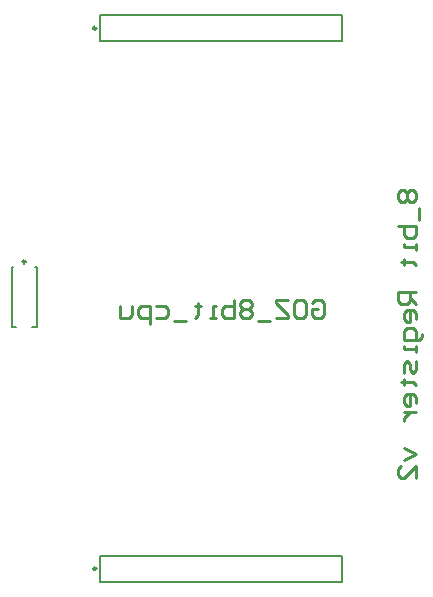
<source format=gbo>
G04*
G04 #@! TF.GenerationSoftware,Altium Limited,Altium Designer,25.2.1 (25)*
G04*
G04 Layer_Color=32896*
%FSLAX44Y44*%
%MOMM*%
G71*
G04*
G04 #@! TF.SameCoordinates,3A3D6F5A-BCF4-428E-B5E6-7A3BCBBF857E*
G04*
G04*
G04 #@! TF.FilePolarity,Positive*
G04*
G01*
G75*
%ADD11C,0.2500*%
%ADD13C,0.2000*%
%ADD14C,0.2540*%
D11*
X789000Y1082750D02*
G03*
X789000Y1082750I-1250J0D01*
G01*
X729250Y885050D02*
G03*
X729250Y885050I-1250J0D01*
G01*
X789000Y625250D02*
G03*
X789000Y625250I-1250J0D01*
G01*
D13*
X792000Y1071750D02*
X997000D01*
Y1093750D01*
X792000D02*
X997000D01*
X792000Y1071750D02*
Y1093750D01*
X717300Y880650D02*
X718900D01*
X717300Y829850D02*
Y880650D01*
Y829850D02*
X721270D01*
X734730D02*
X738700D01*
Y880650D01*
X737100D02*
X738700D01*
X792000Y614250D02*
Y636250D01*
X997000D01*
Y614250D02*
Y636250D01*
X792000Y614250D02*
X997000D01*
D14*
X1046686Y945710D02*
X1044147Y943171D01*
Y938092D01*
X1046686Y935553D01*
X1049225D01*
X1051764Y938092D01*
X1054303Y935553D01*
X1056842D01*
X1059382Y938092D01*
Y943171D01*
X1056842Y945710D01*
X1054303D01*
X1051764Y943171D01*
X1049225Y945710D01*
X1046686D01*
X1051764Y943171D02*
Y938092D01*
X1061921Y930475D02*
Y920318D01*
X1044147Y915240D02*
X1059382D01*
Y907622D01*
X1056842Y905083D01*
X1054303D01*
X1051764D01*
X1049225Y907622D01*
Y915240D01*
X1059382Y900005D02*
Y894926D01*
Y897466D01*
X1049225D01*
Y900005D01*
X1046686Y884770D02*
X1049225D01*
Y887309D01*
Y882231D01*
Y884770D01*
X1056842D01*
X1059382Y882231D01*
Y859378D02*
X1044147D01*
Y851760D01*
X1046686Y849221D01*
X1051764D01*
X1054303Y851760D01*
Y859378D01*
Y854300D02*
X1059382Y849221D01*
Y836525D02*
Y841604D01*
X1056842Y844143D01*
X1051764D01*
X1049225Y841604D01*
Y836525D01*
X1051764Y833986D01*
X1054303D01*
Y844143D01*
X1064460Y823829D02*
Y821290D01*
X1061921Y818751D01*
X1049225D01*
Y826369D01*
X1051764Y828908D01*
X1056842D01*
X1059382Y826369D01*
Y818751D01*
Y813673D02*
Y808594D01*
Y811133D01*
X1049225D01*
Y813673D01*
X1059382Y800977D02*
Y793359D01*
X1056842Y790820D01*
X1054303Y793359D01*
Y798438D01*
X1051764Y800977D01*
X1049225Y798438D01*
Y790820D01*
X1046686Y783203D02*
X1049225D01*
Y785742D01*
Y780663D01*
Y783203D01*
X1056842D01*
X1059382Y780663D01*
Y765428D02*
Y770507D01*
X1056842Y773046D01*
X1051764D01*
X1049225Y770507D01*
Y765428D01*
X1051764Y762889D01*
X1054303D01*
Y773046D01*
X1049225Y757811D02*
X1059382D01*
X1054303D01*
X1051764Y755272D01*
X1049225Y752732D01*
Y750193D01*
Y727341D02*
X1059382Y722262D01*
X1049225Y717184D01*
X1059382Y701949D02*
Y712106D01*
X1049225Y701949D01*
X1046686D01*
X1044147Y704488D01*
Y709566D01*
X1046686Y712106D01*
X971303Y850064D02*
X973842Y852603D01*
X978921D01*
X981460Y850064D01*
Y839908D01*
X978921Y837368D01*
X973842D01*
X971303Y839908D01*
Y844986D01*
X976382D01*
X958607Y852603D02*
X963686D01*
X966225Y850064D01*
Y839908D01*
X963686Y837368D01*
X958607D01*
X956068Y839908D01*
Y850064D01*
X958607Y852603D01*
X950990D02*
X940833D01*
Y850064D01*
X950990Y839908D01*
Y837368D01*
X940833D01*
X935755Y834829D02*
X925598D01*
X920520Y850064D02*
X917980Y852603D01*
X912902D01*
X910363Y850064D01*
Y847525D01*
X912902Y844986D01*
X910363Y842447D01*
Y839908D01*
X912902Y837368D01*
X917980D01*
X920520Y839908D01*
Y842447D01*
X917980Y844986D01*
X920520Y847525D01*
Y850064D01*
X917980Y844986D02*
X912902D01*
X905285Y852603D02*
Y837368D01*
X897667D01*
X895128Y839908D01*
Y842447D01*
Y844986D01*
X897667Y847525D01*
X905285D01*
X890050Y837368D02*
X884971D01*
X887510D01*
Y847525D01*
X890050D01*
X874815Y850064D02*
Y847525D01*
X877354D01*
X872275D01*
X874815D01*
Y839908D01*
X872275Y837368D01*
X864658Y834829D02*
X854501D01*
X839266Y847525D02*
X846883D01*
X849423Y844986D01*
Y839908D01*
X846883Y837368D01*
X839266D01*
X834188Y832290D02*
Y847525D01*
X826570D01*
X824031Y844986D01*
Y839908D01*
X826570Y837368D01*
X834188D01*
X818953Y847525D02*
Y839908D01*
X816413Y837368D01*
X808796D01*
Y847525D01*
M02*

</source>
